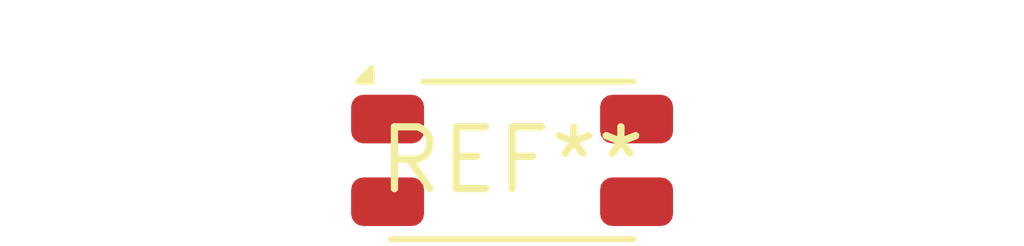
<source format=kicad_pcb>
(kicad_pcb (version 20240108) (generator pcbnew)
  (layers (0 "F.Cu" signal) (31 "B.Cu" signal) (34 "B.Paste" user) (35 "F.Paste" user) (36 "B.SilkS" user "B.Silkscreen") (37 "F.SilkS" user "F.Silkscreen") (38 "B.Mask" user) (39 "F.Mask" user) (44 "Edge.Cuts" user))
  (net 0 "")
  (footprint "Kingbright_KPS-5130" (layer "F.Cu") (at 0 0)
    (property "Reference" "REF**")
    (property "Value" "Kingbright_KPS-5130")
    (fp_line (start -1.83 -1.62) (end 2.5 -1.62) (layer "F.SilkS") (stroke (width 0.12)))
    (fp_line (start 2.5 1.62) (end -2.5 1.62) (layer "F.SilkS") (stroke (width 0.12)))
    (fp_poly (pts (xy -2.89 -1.62) (xy -3.17 -1.62) (xy -2.89 -1.9) (xy -2.89 -1.62)) (layer "F.SilkS") (stroke (width 0.12)) (fill solid))
    (pad "1" smd roundrect (at -2.56 -0.85) (size 1.5 1) (layers "F.Cu" "F.Paste" "F.Mask"))
    (pad "2" smd roundrect (at 2.56 -0.85) (size 1.5 1) (layers "F.Cu" "F.Paste" "F.Mask"))
    (pad "3" smd roundrect (at -2.56 0.85) (size 1.5 1) (layers "F.Cu" "F.Paste" "F.Mask"))
    (pad "4" smd roundrect (at 2.56 0.85) (size 1.5 1) (layers "F.Cu" "F.Paste" "F.Mask"))
  )
)
</source>
